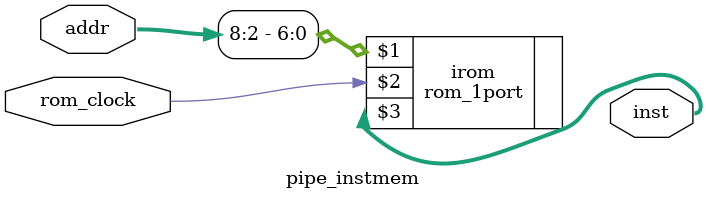
<source format=v>
module pipe_instmem(addr, inst, rom_clock);
	input  [31:0] addr;
	input         rom_clock;
	output [31:0] inst;

	rom_1port irom(addr[8:2], rom_clock, inst);
endmodule

</source>
